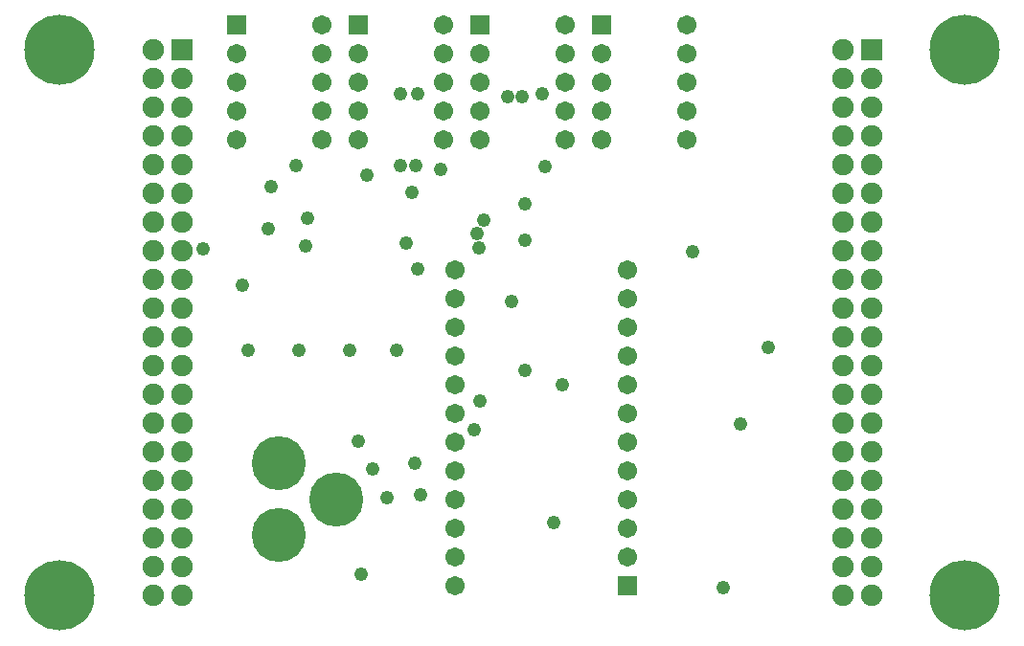
<source format=gbs>
G04*
G04 #@! TF.GenerationSoftware,Altium Limited,Altium Designer,22.4.2 (48)*
G04*
G04 Layer_Color=16711935*
%FSLAX25Y25*%
%MOIN*%
G70*
G04*
G04 #@! TF.SameCoordinates,7EE18B86-058B-4F95-B7C2-403A54D6B15C*
G04*
G04*
G04 #@! TF.FilePolarity,Negative*
G04*
G01*
G75*
%ADD25C,0.06706*%
%ADD26C,0.06706*%
%ADD27R,0.06706X0.06706*%
%ADD28C,0.18800*%
%ADD29R,0.06706X0.06706*%
%ADD30C,0.07493*%
%ADD31R,0.07493X0.07493*%
%ADD32C,0.24422*%
%ADD33C,0.04900*%
D25*
X157480Y53347D02*
D03*
Y43347D02*
D03*
Y33347D02*
D03*
Y63346D02*
D03*
Y73347D02*
D03*
Y83346D02*
D03*
Y93347D02*
D03*
Y103347D02*
D03*
Y113347D02*
D03*
Y123346D02*
D03*
Y133346D02*
D03*
X217480Y133346D02*
D03*
Y123346D02*
D03*
Y113346D02*
D03*
Y103346D02*
D03*
Y93346D02*
D03*
Y83346D02*
D03*
Y73346D02*
D03*
Y63346D02*
D03*
Y33346D02*
D03*
Y43346D02*
D03*
Y53346D02*
D03*
X238248Y198799D02*
D03*
X208661Y208799D02*
D03*
Y198799D02*
D03*
Y188799D02*
D03*
Y178799D02*
D03*
X238248Y188799D02*
D03*
Y218799D02*
D03*
Y208799D02*
D03*
Y178799D02*
D03*
X195925D02*
D03*
Y208799D02*
D03*
Y218799D02*
D03*
Y188799D02*
D03*
X166339Y178799D02*
D03*
Y188799D02*
D03*
Y198799D02*
D03*
Y208799D02*
D03*
X195925Y198799D02*
D03*
X153602Y178799D02*
D03*
Y208799D02*
D03*
Y218799D02*
D03*
Y188799D02*
D03*
X124016Y178799D02*
D03*
Y188799D02*
D03*
Y198799D02*
D03*
Y208799D02*
D03*
X153602Y198799D02*
D03*
X111279Y178799D02*
D03*
Y208799D02*
D03*
Y218799D02*
D03*
Y188799D02*
D03*
X81693Y178799D02*
D03*
Y188799D02*
D03*
Y198799D02*
D03*
Y208799D02*
D03*
X111279Y198799D02*
D03*
D26*
X157480Y23347D02*
D03*
D27*
X217480Y23346D02*
D03*
D28*
X96457Y65945D02*
D03*
Y40945D02*
D03*
X116457Y53445D02*
D03*
D29*
X208661Y218799D02*
D03*
X166339D02*
D03*
X124016D02*
D03*
X81693D02*
D03*
D30*
X62500Y20000D02*
D03*
X52500D02*
D03*
X292500D02*
D03*
X302500D02*
D03*
X52500Y210000D02*
D03*
X62500Y200000D02*
D03*
X52500D02*
D03*
X62500Y190000D02*
D03*
X52500D02*
D03*
X62500Y180000D02*
D03*
X52500D02*
D03*
X62500Y170000D02*
D03*
X52500D02*
D03*
X62500Y160000D02*
D03*
X52500D02*
D03*
X62500Y150000D02*
D03*
X52500D02*
D03*
X62500Y140000D02*
D03*
X52500D02*
D03*
X62500Y130000D02*
D03*
X52500D02*
D03*
X62500Y120000D02*
D03*
X52500D02*
D03*
X62500Y110000D02*
D03*
X52500D02*
D03*
X62500Y100000D02*
D03*
X52500D02*
D03*
X62500Y90000D02*
D03*
X52500D02*
D03*
X62500Y80000D02*
D03*
X52500D02*
D03*
X62500Y70000D02*
D03*
X52500D02*
D03*
X62500Y60000D02*
D03*
X52500D02*
D03*
X62500Y50000D02*
D03*
X52500D02*
D03*
X62500Y40000D02*
D03*
X52500D02*
D03*
X62500Y30000D02*
D03*
X52500D02*
D03*
X292500Y210000D02*
D03*
X302500Y200000D02*
D03*
X292500D02*
D03*
X302500Y190000D02*
D03*
X292500D02*
D03*
X302500Y180000D02*
D03*
X292500D02*
D03*
X302500Y170000D02*
D03*
X292500D02*
D03*
X302500Y160000D02*
D03*
X292500D02*
D03*
X302500Y150000D02*
D03*
X292500D02*
D03*
X302500Y140000D02*
D03*
X292500D02*
D03*
X302500Y130000D02*
D03*
X292500D02*
D03*
X302500Y120000D02*
D03*
X292500D02*
D03*
X302500Y110000D02*
D03*
X292500D02*
D03*
X302500Y100000D02*
D03*
X292500D02*
D03*
X302500Y90000D02*
D03*
X292500D02*
D03*
X302500Y80000D02*
D03*
X292500D02*
D03*
X302500Y70000D02*
D03*
X292500D02*
D03*
X302500Y60000D02*
D03*
X292500D02*
D03*
X302500Y50000D02*
D03*
X292500D02*
D03*
X302500Y40000D02*
D03*
X292500D02*
D03*
X302500Y30000D02*
D03*
X292500D02*
D03*
D31*
X62500Y210000D02*
D03*
X302500D02*
D03*
D32*
X20000D02*
D03*
X335000D02*
D03*
Y20000D02*
D03*
X20000D02*
D03*
D33*
X143879Y169817D02*
D03*
X138779D02*
D03*
X152559Y168307D02*
D03*
X102362Y169889D02*
D03*
X125000Y27559D02*
D03*
X166339Y87598D02*
D03*
X143701Y65945D02*
D03*
X128937Y63976D02*
D03*
X164370Y77756D02*
D03*
X124016Y73819D02*
D03*
X145669Y55118D02*
D03*
X144685Y133858D02*
D03*
X140748Y142717D02*
D03*
X137198Y105315D02*
D03*
X142717Y160433D02*
D03*
X182087Y156496D02*
D03*
Y143701D02*
D03*
X191929Y45276D02*
D03*
X256890Y79724D02*
D03*
X266732Y106299D02*
D03*
X83661Y127953D02*
D03*
X69882Y140748D02*
D03*
X133858Y54134D02*
D03*
X182087Y98425D02*
D03*
X194882Y93504D02*
D03*
X126969Y166339D02*
D03*
X93504Y162402D02*
D03*
X187992Y194882D02*
D03*
X188976Y169291D02*
D03*
X250984Y22638D02*
D03*
X240158Y139764D02*
D03*
X138779Y194882D02*
D03*
X144685D02*
D03*
X165443Y146056D02*
D03*
X166065Y140994D02*
D03*
X167573Y150690D02*
D03*
X177202Y122369D02*
D03*
X181102Y193898D02*
D03*
X176002D02*
D03*
X105670Y141880D02*
D03*
X92520Y147638D02*
D03*
X106299Y151575D02*
D03*
X121063Y105315D02*
D03*
X103347D02*
D03*
X85630D02*
D03*
M02*

</source>
